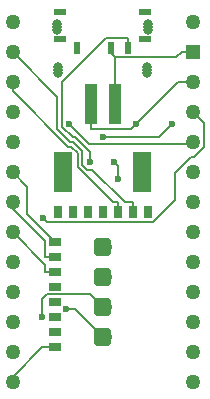
<source format=gbl>
G04 #@! TF.GenerationSoftware,KiCad,Pcbnew,5.1.4+dfsg1-1*
G04 #@! TF.CreationDate,2020-04-01T11:30:31+02:00*
G04 #@! TF.ProjectId,nrfmicro,6e72666d-6963-4726-9f2e-6b696361645f,rev?*
G04 #@! TF.SameCoordinates,Original*
G04 #@! TF.FileFunction,Copper,L2,Bot*
G04 #@! TF.FilePolarity,Positive*
%FSLAX46Y46*%
G04 Gerber Fmt 4.6, Leading zero omitted, Abs format (unit mm)*
G04 Created by KiCad (PCBNEW 5.1.4+dfsg1-1) date 2020-04-01 11:30:31*
%MOMM*%
%LPD*%
G04 APERTURE LIST*
%ADD10C,0.100000*%
%ADD11C,1.500000*%
%ADD12C,0.800000*%
%ADD13R,1.000000X3.500000*%
%ADD14R,1.500000X3.400000*%
%ADD15C,1.270000*%
%ADD16R,1.000000X0.600000*%
%ADD17R,1.100000X0.600000*%
%ADD18R,0.600000X1.000000*%
%ADD19R,1.250000X1.250000*%
%ADD20R,1.000000X0.650000*%
%ADD21R,0.650000X1.000000*%
%ADD22C,0.600000*%
%ADD23C,0.200000*%
G04 APERTURE END LIST*
D10*
G36*
X104213289Y-130654581D02*
G01*
X104249692Y-130659981D01*
X104285390Y-130668922D01*
X104320039Y-130681320D01*
X104353307Y-130697055D01*
X104384872Y-130715974D01*
X104414430Y-130737896D01*
X104441698Y-130762610D01*
X104466412Y-130789878D01*
X104488334Y-130819436D01*
X104507253Y-130851001D01*
X104522988Y-130884269D01*
X104535386Y-130918918D01*
X104544327Y-130954616D01*
X104549727Y-130991019D01*
X104551533Y-131027775D01*
X104551533Y-131777775D01*
X104549727Y-131814531D01*
X104544327Y-131850934D01*
X104535386Y-131886632D01*
X104522988Y-131921281D01*
X104507253Y-131954549D01*
X104488334Y-131986114D01*
X104466412Y-132015672D01*
X104441698Y-132042940D01*
X104414430Y-132067654D01*
X104384872Y-132089576D01*
X104353307Y-132108495D01*
X104320039Y-132124230D01*
X104285390Y-132136628D01*
X104249692Y-132145569D01*
X104213289Y-132150969D01*
X104176533Y-132152775D01*
X103426533Y-132152775D01*
X103389777Y-132150969D01*
X103353374Y-132145569D01*
X103317676Y-132136628D01*
X103283027Y-132124230D01*
X103249759Y-132108495D01*
X103218194Y-132089576D01*
X103188636Y-132067654D01*
X103161368Y-132042940D01*
X103136654Y-132015672D01*
X103114732Y-131986114D01*
X103095813Y-131954549D01*
X103080078Y-131921281D01*
X103067680Y-131886632D01*
X103058739Y-131850934D01*
X103053339Y-131814531D01*
X103051533Y-131777775D01*
X103051533Y-131027775D01*
X103053339Y-130991019D01*
X103058739Y-130954616D01*
X103067680Y-130918918D01*
X103080078Y-130884269D01*
X103095813Y-130851001D01*
X103114732Y-130819436D01*
X103136654Y-130789878D01*
X103161368Y-130762610D01*
X103188636Y-130737896D01*
X103218194Y-130715974D01*
X103249759Y-130697055D01*
X103283027Y-130681320D01*
X103317676Y-130668922D01*
X103353374Y-130659981D01*
X103389777Y-130654581D01*
X103426533Y-130652775D01*
X104176533Y-130652775D01*
X104213289Y-130654581D01*
X104213289Y-130654581D01*
G37*
D11*
X103801533Y-131402775D03*
D10*
G36*
X104213289Y-128114581D02*
G01*
X104249692Y-128119981D01*
X104285390Y-128128922D01*
X104320039Y-128141320D01*
X104353307Y-128157055D01*
X104384872Y-128175974D01*
X104414430Y-128197896D01*
X104441698Y-128222610D01*
X104466412Y-128249878D01*
X104488334Y-128279436D01*
X104507253Y-128311001D01*
X104522988Y-128344269D01*
X104535386Y-128378918D01*
X104544327Y-128414616D01*
X104549727Y-128451019D01*
X104551533Y-128487775D01*
X104551533Y-129237775D01*
X104549727Y-129274531D01*
X104544327Y-129310934D01*
X104535386Y-129346632D01*
X104522988Y-129381281D01*
X104507253Y-129414549D01*
X104488334Y-129446114D01*
X104466412Y-129475672D01*
X104441698Y-129502940D01*
X104414430Y-129527654D01*
X104384872Y-129549576D01*
X104353307Y-129568495D01*
X104320039Y-129584230D01*
X104285390Y-129596628D01*
X104249692Y-129605569D01*
X104213289Y-129610969D01*
X104176533Y-129612775D01*
X103426533Y-129612775D01*
X103389777Y-129610969D01*
X103353374Y-129605569D01*
X103317676Y-129596628D01*
X103283027Y-129584230D01*
X103249759Y-129568495D01*
X103218194Y-129549576D01*
X103188636Y-129527654D01*
X103161368Y-129502940D01*
X103136654Y-129475672D01*
X103114732Y-129446114D01*
X103095813Y-129414549D01*
X103080078Y-129381281D01*
X103067680Y-129346632D01*
X103058739Y-129310934D01*
X103053339Y-129274531D01*
X103051533Y-129237775D01*
X103051533Y-128487775D01*
X103053339Y-128451019D01*
X103058739Y-128414616D01*
X103067680Y-128378918D01*
X103080078Y-128344269D01*
X103095813Y-128311001D01*
X103114732Y-128279436D01*
X103136654Y-128249878D01*
X103161368Y-128222610D01*
X103188636Y-128197896D01*
X103218194Y-128175974D01*
X103249759Y-128157055D01*
X103283027Y-128141320D01*
X103317676Y-128128922D01*
X103353374Y-128119981D01*
X103389777Y-128114581D01*
X103426533Y-128112775D01*
X104176533Y-128112775D01*
X104213289Y-128114581D01*
X104213289Y-128114581D01*
G37*
D11*
X103801533Y-128862775D03*
D12*
X107665000Y-110203000D03*
X107665000Y-110467000D03*
X107677000Y-109949000D03*
X99918000Y-110467000D03*
X99927000Y-110203000D03*
X99918000Y-109959000D03*
X107538000Y-113896000D03*
X107538000Y-114150000D03*
X107538000Y-113642000D03*
X100045000Y-114150000D03*
X100045000Y-113642000D03*
X100045000Y-113896000D03*
D13*
X104818000Y-116798000D03*
D14*
X107168000Y-122548000D03*
D13*
X102818000Y-116798000D03*
D14*
X100468000Y-122548000D03*
D10*
G36*
X104213289Y-135734581D02*
G01*
X104249692Y-135739981D01*
X104285390Y-135748922D01*
X104320039Y-135761320D01*
X104353307Y-135777055D01*
X104384872Y-135795974D01*
X104414430Y-135817896D01*
X104441698Y-135842610D01*
X104466412Y-135869878D01*
X104488334Y-135899436D01*
X104507253Y-135931001D01*
X104522988Y-135964269D01*
X104535386Y-135998918D01*
X104544327Y-136034616D01*
X104549727Y-136071019D01*
X104551533Y-136107775D01*
X104551533Y-136857775D01*
X104549727Y-136894531D01*
X104544327Y-136930934D01*
X104535386Y-136966632D01*
X104522988Y-137001281D01*
X104507253Y-137034549D01*
X104488334Y-137066114D01*
X104466412Y-137095672D01*
X104441698Y-137122940D01*
X104414430Y-137147654D01*
X104384872Y-137169576D01*
X104353307Y-137188495D01*
X104320039Y-137204230D01*
X104285390Y-137216628D01*
X104249692Y-137225569D01*
X104213289Y-137230969D01*
X104176533Y-137232775D01*
X103426533Y-137232775D01*
X103389777Y-137230969D01*
X103353374Y-137225569D01*
X103317676Y-137216628D01*
X103283027Y-137204230D01*
X103249759Y-137188495D01*
X103218194Y-137169576D01*
X103188636Y-137147654D01*
X103161368Y-137122940D01*
X103136654Y-137095672D01*
X103114732Y-137066114D01*
X103095813Y-137034549D01*
X103080078Y-137001281D01*
X103067680Y-136966632D01*
X103058739Y-136930934D01*
X103053339Y-136894531D01*
X103051533Y-136857775D01*
X103051533Y-136107775D01*
X103053339Y-136071019D01*
X103058739Y-136034616D01*
X103067680Y-135998918D01*
X103080078Y-135964269D01*
X103095813Y-135931001D01*
X103114732Y-135899436D01*
X103136654Y-135869878D01*
X103161368Y-135842610D01*
X103188636Y-135817896D01*
X103218194Y-135795974D01*
X103249759Y-135777055D01*
X103283027Y-135761320D01*
X103317676Y-135748922D01*
X103353374Y-135739981D01*
X103389777Y-135734581D01*
X103426533Y-135732775D01*
X104176533Y-135732775D01*
X104213289Y-135734581D01*
X104213289Y-135734581D01*
G37*
D11*
X103801533Y-136482775D03*
D10*
G36*
X104213289Y-133194581D02*
G01*
X104249692Y-133199981D01*
X104285390Y-133208922D01*
X104320039Y-133221320D01*
X104353307Y-133237055D01*
X104384872Y-133255974D01*
X104414430Y-133277896D01*
X104441698Y-133302610D01*
X104466412Y-133329878D01*
X104488334Y-133359436D01*
X104507253Y-133391001D01*
X104522988Y-133424269D01*
X104535386Y-133458918D01*
X104544327Y-133494616D01*
X104549727Y-133531019D01*
X104551533Y-133567775D01*
X104551533Y-134317775D01*
X104549727Y-134354531D01*
X104544327Y-134390934D01*
X104535386Y-134426632D01*
X104522988Y-134461281D01*
X104507253Y-134494549D01*
X104488334Y-134526114D01*
X104466412Y-134555672D01*
X104441698Y-134582940D01*
X104414430Y-134607654D01*
X104384872Y-134629576D01*
X104353307Y-134648495D01*
X104320039Y-134664230D01*
X104285390Y-134676628D01*
X104249692Y-134685569D01*
X104213289Y-134690969D01*
X104176533Y-134692775D01*
X103426533Y-134692775D01*
X103389777Y-134690969D01*
X103353374Y-134685569D01*
X103317676Y-134676628D01*
X103283027Y-134664230D01*
X103249759Y-134648495D01*
X103218194Y-134629576D01*
X103188636Y-134607654D01*
X103161368Y-134582940D01*
X103136654Y-134555672D01*
X103114732Y-134526114D01*
X103095813Y-134494549D01*
X103080078Y-134461281D01*
X103067680Y-134426632D01*
X103058739Y-134390934D01*
X103053339Y-134354531D01*
X103051533Y-134317775D01*
X103051533Y-133567775D01*
X103053339Y-133531019D01*
X103058739Y-133494616D01*
X103067680Y-133458918D01*
X103080078Y-133424269D01*
X103095813Y-133391001D01*
X103114732Y-133359436D01*
X103136654Y-133329878D01*
X103161368Y-133302610D01*
X103188636Y-133277896D01*
X103218194Y-133255974D01*
X103249759Y-133237055D01*
X103283027Y-133221320D01*
X103317676Y-133208922D01*
X103353374Y-133199981D01*
X103389777Y-133194581D01*
X103426533Y-133192775D01*
X104176533Y-133192775D01*
X104213289Y-133194581D01*
X104213289Y-133194581D01*
G37*
D11*
X103801533Y-133942775D03*
D15*
X111422000Y-109813000D03*
X96182000Y-109813000D03*
D16*
X107402000Y-111290000D03*
D17*
X107402000Y-109004000D03*
X100202000Y-111290000D03*
D18*
X104502000Y-111997000D03*
X106002000Y-111997000D03*
X101602000Y-111997000D03*
D16*
X100202000Y-109004000D03*
D19*
X111422000Y-112353000D03*
D15*
X111422000Y-114893000D03*
X111422000Y-117433000D03*
X111422000Y-119973000D03*
X111422000Y-122513000D03*
X111422000Y-125053000D03*
X111422000Y-127593000D03*
X111422000Y-130133000D03*
X111422000Y-132673000D03*
X111422000Y-135213000D03*
X111422000Y-137753000D03*
X111422000Y-140293000D03*
X96182000Y-140293000D03*
X96182000Y-137753000D03*
X96182000Y-135213000D03*
X96182000Y-132673000D03*
X96182000Y-130133000D03*
X96182000Y-127593000D03*
X96182000Y-125053000D03*
X96182000Y-122513000D03*
X96182000Y-119973000D03*
X96182000Y-117433000D03*
X96182000Y-114893000D03*
X96182000Y-112353000D03*
D20*
X99761000Y-128415000D03*
X99761000Y-129685000D03*
X99761000Y-130955000D03*
X99761000Y-132225000D03*
X99761000Y-133495000D03*
X99761000Y-134765000D03*
X99761000Y-136035000D03*
X99761000Y-137305000D03*
D21*
X106365000Y-125875000D03*
X107635000Y-125875000D03*
X102555000Y-125875000D03*
X105095000Y-125875000D03*
X101285000Y-125875000D03*
X100015000Y-125875000D03*
X103825000Y-125875000D03*
D22*
X106598000Y-118449200D03*
X101005300Y-118446500D03*
X98783900Y-126371500D03*
X104766100Y-121655000D03*
X105102800Y-123083500D03*
X103802000Y-119522300D03*
X109666200Y-118428300D03*
X98689600Y-134753800D03*
X100708400Y-134120400D03*
X102771900Y-121668900D03*
D23*
X111422000Y-114893000D02*
X110154200Y-114893000D01*
X110154200Y-114893000D02*
X106598000Y-118449200D01*
X106598000Y-118449200D02*
X106198900Y-118848300D01*
X106198900Y-118848300D02*
X102818000Y-118848300D01*
X102818000Y-116798000D02*
X102818000Y-118848300D01*
X111422000Y-119973000D02*
X111261900Y-120133100D01*
X111261900Y-120133100D02*
X102691900Y-120133100D01*
X102691900Y-120133100D02*
X101005300Y-118446500D01*
X111422000Y-117433000D02*
X112388500Y-118399500D01*
X112388500Y-118399500D02*
X112388500Y-120402700D01*
X112388500Y-120402700D02*
X111548200Y-121243000D01*
X111548200Y-121243000D02*
X111278300Y-121243000D01*
X111278300Y-121243000D02*
X109902400Y-122618900D01*
X109902400Y-122618900D02*
X109902400Y-124865700D01*
X109902400Y-124865700D02*
X108058100Y-126710000D01*
X108058100Y-126710000D02*
X99122400Y-126710000D01*
X99122400Y-126710000D02*
X98783900Y-126371500D01*
X104766100Y-121655000D02*
X105102800Y-121991700D01*
X105102800Y-121991700D02*
X105102800Y-123083500D01*
X104818000Y-112797300D02*
X104502000Y-112481300D01*
X104502000Y-112481300D02*
X104502000Y-112463100D01*
X110496700Y-112353000D02*
X110052400Y-112797300D01*
X110052400Y-112797300D02*
X104818000Y-112797300D01*
X104818000Y-112797300D02*
X104818000Y-114747700D01*
X104818000Y-116798000D02*
X104818000Y-114747700D01*
X104502000Y-111997000D02*
X104502000Y-112463100D01*
X111422000Y-112353000D02*
X110496700Y-112353000D01*
X99761000Y-130955000D02*
X98960700Y-130955000D01*
X98960700Y-130955000D02*
X98960700Y-130371700D01*
X98960700Y-130371700D02*
X96182000Y-127593000D01*
X99761000Y-128415000D02*
X97428400Y-126082400D01*
X97428400Y-126082400D02*
X97428400Y-123759400D01*
X97428400Y-123759400D02*
X96182000Y-122513000D01*
X96182000Y-125053000D02*
X96182000Y-125619100D01*
X96182000Y-125619100D02*
X98960700Y-128397800D01*
X98960700Y-128397800D02*
X98960700Y-129685000D01*
X99761000Y-129685000D02*
X98960700Y-129685000D01*
X96182000Y-114893000D02*
X96182000Y-115638600D01*
X96182000Y-115638600D02*
X100906900Y-120363500D01*
X100906900Y-120363500D02*
X101159400Y-120363500D01*
X101159400Y-120363500D02*
X101694400Y-120898500D01*
X101694400Y-120898500D02*
X101694400Y-122083300D01*
X101694400Y-122083300D02*
X104685800Y-125074700D01*
X104685800Y-125074700D02*
X105095000Y-125074700D01*
X105095000Y-125875000D02*
X105095000Y-125074700D01*
X96182000Y-112353000D02*
X99971700Y-116142700D01*
X99971700Y-116142700D02*
X99971700Y-118862200D01*
X99971700Y-118862200D02*
X101072700Y-119963200D01*
X101072700Y-119963200D02*
X101325300Y-119963200D01*
X101325300Y-119963200D02*
X102094700Y-120732600D01*
X102094700Y-120732600D02*
X102094700Y-121917500D01*
X102094700Y-121917500D02*
X102501300Y-122324100D01*
X102501300Y-122324100D02*
X102929800Y-122324100D01*
X102929800Y-122324100D02*
X105680400Y-125074700D01*
X105680400Y-125074700D02*
X106365000Y-125074700D01*
X106365000Y-125875000D02*
X106365000Y-125074700D01*
X103802000Y-119522300D02*
X108572200Y-119522300D01*
X108572200Y-119522300D02*
X109666200Y-118428300D01*
X99761000Y-137305000D02*
X98715100Y-137305000D01*
X98715100Y-137305000D02*
X96182000Y-139838100D01*
X96182000Y-139838100D02*
X96182000Y-140293000D01*
X102728358Y-132869600D02*
X103801533Y-133942775D01*
X99093300Y-132869600D02*
X102728358Y-132869600D01*
X98689600Y-134753800D02*
X98689600Y-133273300D01*
X98689600Y-133273300D02*
X99093300Y-132869600D01*
X101439158Y-134120400D02*
X103801533Y-136482775D01*
X100708400Y-134120400D02*
X101439158Y-134120400D01*
X106002000Y-111196700D02*
X104076700Y-111196700D01*
X104076700Y-111196700D02*
X100372000Y-114901400D01*
X100372000Y-114901400D02*
X100372000Y-118663400D01*
X100372000Y-118663400D02*
X101271500Y-119562900D01*
X101271500Y-119562900D02*
X101511800Y-119562900D01*
X101511800Y-119562900D02*
X102771900Y-120823000D01*
X102771900Y-120823000D02*
X102771900Y-121668900D01*
X106002000Y-111997000D02*
X106002000Y-111196700D01*
M02*

</source>
